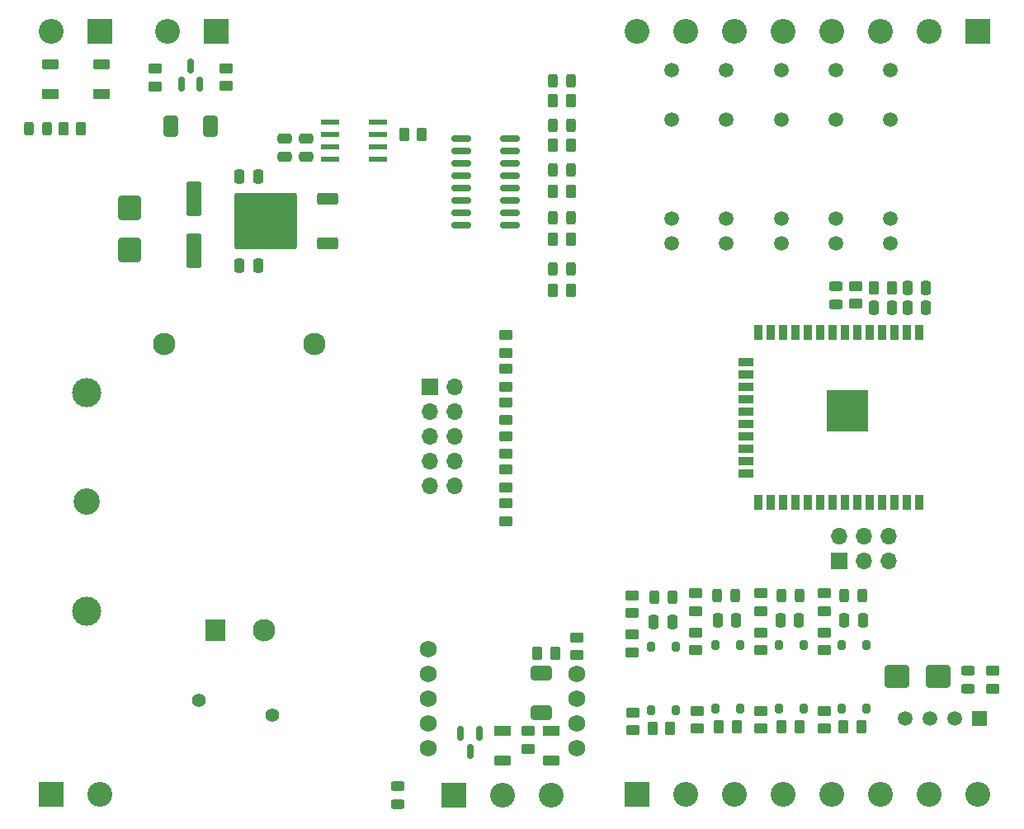
<source format=gbr>
%TF.GenerationSoftware,KiCad,Pcbnew,7.0.5*%
%TF.CreationDate,2023-07-28T21:19:53-04:00*%
%TF.ProjectId,proyecto de cuatrinestre,70726f79-6563-4746-9f20-646520637561,rev?*%
%TF.SameCoordinates,Original*%
%TF.FileFunction,Soldermask,Top*%
%TF.FilePolarity,Negative*%
%FSLAX46Y46*%
G04 Gerber Fmt 4.6, Leading zero omitted, Abs format (unit mm)*
G04 Created by KiCad (PCBNEW 7.0.5) date 2023-07-28 21:19:53*
%MOMM*%
%LPD*%
G01*
G04 APERTURE LIST*
G04 Aperture macros list*
%AMRoundRect*
0 Rectangle with rounded corners*
0 $1 Rounding radius*
0 $2 $3 $4 $5 $6 $7 $8 $9 X,Y pos of 4 corners*
0 Add a 4 corners polygon primitive as box body*
4,1,4,$2,$3,$4,$5,$6,$7,$8,$9,$2,$3,0*
0 Add four circle primitives for the rounded corners*
1,1,$1+$1,$2,$3*
1,1,$1+$1,$4,$5*
1,1,$1+$1,$6,$7*
1,1,$1+$1,$8,$9*
0 Add four rect primitives between the rounded corners*
20,1,$1+$1,$2,$3,$4,$5,0*
20,1,$1+$1,$4,$5,$6,$7,0*
20,1,$1+$1,$6,$7,$8,$9,0*
20,1,$1+$1,$8,$9,$2,$3,0*%
G04 Aperture macros list end*
%ADD10RoundRect,0.150000X-0.150000X0.587500X-0.150000X-0.587500X0.150000X-0.587500X0.150000X0.587500X0*%
%ADD11RoundRect,0.150000X0.150000X-0.587500X0.150000X0.587500X-0.150000X0.587500X-0.150000X-0.587500X0*%
%ADD12RoundRect,0.150000X-0.825000X-0.150000X0.825000X-0.150000X0.825000X0.150000X-0.825000X0.150000X0*%
%ADD13RoundRect,0.243750X0.243750X0.456250X-0.243750X0.456250X-0.243750X-0.456250X0.243750X-0.456250X0*%
%ADD14RoundRect,0.250000X0.450000X-0.262500X0.450000X0.262500X-0.450000X0.262500X-0.450000X-0.262500X0*%
%ADD15R,1.508000X1.508000*%
%ADD16C,1.508000*%
%ADD17RoundRect,0.243750X0.456250X-0.243750X0.456250X0.243750X-0.456250X0.243750X-0.456250X-0.243750X0*%
%ADD18C,2.700000*%
%ADD19C,3.000000*%
%ADD20RoundRect,0.130800X-0.754200X0.414200X-0.754200X-0.414200X0.754200X-0.414200X0.754200X0.414200X0*%
%ADD21RoundRect,0.112800X-0.772200X0.357200X-0.772200X-0.357200X0.772200X-0.357200X0.772200X0.357200X0*%
%ADD22R,0.900000X1.500000*%
%ADD23R,1.500000X0.900000*%
%ADD24C,0.600000*%
%ADD25R,4.200000X4.200000*%
%ADD26RoundRect,0.250000X-0.450000X0.262500X-0.450000X-0.262500X0.450000X-0.262500X0.450000X0.262500X0*%
%ADD27R,1.981200X0.558800*%
%ADD28RoundRect,0.250000X0.262500X0.450000X-0.262500X0.450000X-0.262500X-0.450000X0.262500X-0.450000X0*%
%ADD29RoundRect,0.200000X0.200000X-0.300000X0.200000X0.300000X-0.200000X0.300000X-0.200000X-0.300000X0*%
%ADD30R,2.550000X2.550000*%
%ADD31C,2.550000*%
%ADD32RoundRect,0.250000X-0.250000X-0.475000X0.250000X-0.475000X0.250000X0.475000X-0.250000X0.475000X0*%
%ADD33RoundRect,0.380000X-0.720000X0.380000X-0.720000X-0.380000X0.720000X-0.380000X0.720000X0.380000X0*%
%ADD34R,2.000000X2.300000*%
%ADD35C,2.300000*%
%ADD36RoundRect,0.250000X0.250000X0.475000X-0.250000X0.475000X-0.250000X-0.475000X0.250000X-0.475000X0*%
%ADD37C,1.500000*%
%ADD38C,1.750000*%
%ADD39R,1.700000X1.700000*%
%ADD40O,1.700000X1.700000*%
%ADD41RoundRect,0.250000X-0.262500X-0.450000X0.262500X-0.450000X0.262500X0.450000X-0.262500X0.450000X0*%
%ADD42RoundRect,0.250000X0.475000X-0.250000X0.475000X0.250000X-0.475000X0.250000X-0.475000X-0.250000X0*%
%ADD43RoundRect,0.130800X0.754200X-0.414200X0.754200X0.414200X-0.754200X0.414200X-0.754200X-0.414200X0*%
%ADD44RoundRect,0.112800X0.772200X-0.357200X0.772200X0.357200X-0.772200X0.357200X-0.772200X-0.357200X0*%
%ADD45RoundRect,0.250000X0.850000X0.350000X-0.850000X0.350000X-0.850000X-0.350000X0.850000X-0.350000X0*%
%ADD46RoundRect,0.249997X2.950003X2.650003X-2.950003X2.650003X-2.950003X-2.650003X2.950003X-2.650003X0*%
%ADD47RoundRect,0.243750X-0.456250X0.243750X-0.456250X-0.243750X0.456250X-0.243750X0.456250X0.243750X0*%
%ADD48C,1.400000*%
%ADD49RoundRect,0.250000X-0.550000X1.500000X-0.550000X-1.500000X0.550000X-1.500000X0.550000X1.500000X0*%
%ADD50RoundRect,0.250000X-1.000000X-0.900000X1.000000X-0.900000X1.000000X0.900000X-1.000000X0.900000X0*%
%ADD51RoundRect,0.380000X-0.380000X-0.720000X0.380000X-0.720000X0.380000X0.720000X-0.380000X0.720000X0*%
%ADD52RoundRect,0.243750X-0.243750X-0.456250X0.243750X-0.456250X0.243750X0.456250X-0.243750X0.456250X0*%
%ADD53RoundRect,0.250000X-0.900000X1.000000X-0.900000X-1.000000X0.900000X-1.000000X0.900000X1.000000X0*%
G04 APERTURE END LIST*
D10*
%TO.C,D11*%
X209000000Y-182125000D03*
X207100000Y-182125000D03*
X208050000Y-184000000D03*
%TD*%
D11*
%TO.C,D13*%
X178425000Y-115472500D03*
X180325000Y-115472500D03*
X179375000Y-113597500D03*
%TD*%
D12*
%TO.C,U6*%
X207162000Y-121085000D03*
X207162000Y-122355000D03*
X207162000Y-123625000D03*
X207162000Y-124895000D03*
X207162000Y-126165000D03*
X207162000Y-127435000D03*
X207162000Y-128705000D03*
X207162000Y-129975000D03*
X212112000Y-129975000D03*
X212112000Y-128705000D03*
X212112000Y-127435000D03*
X212112000Y-126165000D03*
X212112000Y-124895000D03*
X212112000Y-123625000D03*
X212112000Y-122355000D03*
X212112000Y-121085000D03*
%TD*%
D13*
%TO.C,D8*%
X218405000Y-129204000D03*
X216530000Y-129204000D03*
%TD*%
D14*
%TO.C,R32*%
X211734400Y-160321000D03*
X211734400Y-158496000D03*
%TD*%
D15*
%TO.C,U16*%
X260302500Y-180600000D03*
D16*
X257762500Y-180600000D03*
X255222500Y-180600000D03*
X252682500Y-180600000D03*
%TD*%
D17*
%TO.C,D12*%
X245550000Y-138073600D03*
X245550000Y-136198600D03*
%TD*%
D18*
%TO.C,F3*%
X168710000Y-158350000D03*
D19*
X168710000Y-147100000D03*
X168710000Y-169600000D03*
%TD*%
D20*
%TO.C,F2*%
X216400000Y-181885000D03*
D21*
X216400000Y-184890000D03*
%TD*%
D22*
%TO.C,U17*%
X254130000Y-140920000D03*
X252860000Y-140920000D03*
X251590000Y-140920000D03*
X250320000Y-140920000D03*
X249050000Y-140920000D03*
X247780000Y-140920000D03*
X246510000Y-140920000D03*
X245240000Y-140920000D03*
X243970000Y-140920000D03*
X242700000Y-140920000D03*
X241430000Y-140920000D03*
X240160000Y-140920000D03*
X238890000Y-140920000D03*
X237620000Y-140920000D03*
D23*
X236370000Y-143960000D03*
X236370000Y-145230000D03*
X236370000Y-146500000D03*
X236370000Y-147770000D03*
X236370000Y-149040000D03*
X236370000Y-150310000D03*
X236370000Y-151580000D03*
X236370000Y-152850000D03*
X236370000Y-154120000D03*
X236370000Y-155390000D03*
D22*
X237620000Y-158420000D03*
X238890000Y-158420000D03*
X240160000Y-158420000D03*
X241430000Y-158420000D03*
X242700000Y-158420000D03*
X243970000Y-158420000D03*
X245240000Y-158420000D03*
X246510000Y-158420000D03*
X247780000Y-158420000D03*
X249050000Y-158420000D03*
X250320000Y-158420000D03*
X251590000Y-158420000D03*
X252860000Y-158420000D03*
X254130000Y-158420000D03*
D24*
X247552500Y-147465000D03*
X246027500Y-147465000D03*
X248315000Y-148227500D03*
X246790000Y-148227500D03*
X245265000Y-148227500D03*
X247552500Y-148990000D03*
D25*
X246790000Y-148990000D03*
D24*
X246027500Y-148990000D03*
X248315000Y-149752500D03*
X246790000Y-149752500D03*
X245265000Y-149752500D03*
X247552500Y-150515000D03*
X246027500Y-150515000D03*
%TD*%
D26*
%TO.C,R47*%
X261680000Y-175662500D03*
X261680000Y-177487500D03*
%TD*%
%TO.C,R39*%
X247650000Y-136198600D03*
X247650000Y-138023600D03*
%TD*%
D14*
%TO.C,R44*%
X175750000Y-115687500D03*
X175750000Y-113862500D03*
%TD*%
D27*
%TO.C,U13*%
X198636200Y-123190000D03*
X198636200Y-121920000D03*
X198636200Y-120650000D03*
X198636200Y-119380000D03*
X193708600Y-119380000D03*
X193708600Y-120650000D03*
X193708600Y-121920000D03*
X193708600Y-123190000D03*
%TD*%
D26*
%TO.C,R12*%
X231400000Y-179775000D03*
X231400000Y-181600000D03*
%TD*%
D13*
%TO.C,D6*%
X218405000Y-119720000D03*
X216530000Y-119720000D03*
%TD*%
D28*
%TO.C,R3*%
X241825000Y-181417500D03*
X240000000Y-181417500D03*
%TD*%
D14*
%TO.C,R23*%
X214000000Y-183700000D03*
X214000000Y-181875000D03*
%TD*%
D26*
%TO.C,R2*%
X244400000Y-179775000D03*
X244400000Y-181600000D03*
%TD*%
D29*
%TO.C,U3*%
X239712500Y-179532500D03*
X242252500Y-179532500D03*
X242252500Y-173032500D03*
X239712500Y-173032500D03*
%TD*%
D14*
%TO.C,R7*%
X244400000Y-169550000D03*
X244400000Y-167725000D03*
%TD*%
D30*
%TO.C,J4*%
X206408000Y-188468000D03*
D31*
X211408000Y-188468000D03*
X216408000Y-188468000D03*
%TD*%
D32*
%TO.C,C1*%
X246450000Y-170492500D03*
X248350000Y-170492500D03*
%TD*%
%TO.C,C12*%
X252930000Y-138400000D03*
X254830000Y-138400000D03*
%TD*%
D14*
%TO.C,R30*%
X211734400Y-153412200D03*
X211734400Y-151587200D03*
%TD*%
D28*
%TO.C,R45*%
X168162500Y-120000000D03*
X166337500Y-120000000D03*
%TD*%
D33*
%TO.C,U12*%
X215350000Y-175880000D03*
X215350000Y-179950000D03*
%TD*%
D34*
%TO.C,PS1*%
X181900000Y-171550000D03*
D35*
X186900000Y-171550000D03*
X176700000Y-142150000D03*
X192100000Y-142150000D03*
%TD*%
D29*
%TO.C,U2*%
X246200000Y-179532500D03*
X248740000Y-179532500D03*
X248740000Y-173032500D03*
X246200000Y-173032500D03*
%TD*%
D30*
%TO.C,J1*%
X165040000Y-188380000D03*
D31*
X170040000Y-188380000D03*
%TD*%
D36*
%TO.C,C9*%
X186295000Y-134099000D03*
X184395000Y-134099000D03*
%TD*%
D37*
%TO.C,U8*%
X251180000Y-131810000D03*
X251180000Y-129270000D03*
X251180000Y-119110000D03*
X251180000Y-114030000D03*
%TD*%
D14*
%TO.C,R29*%
X211734400Y-149957800D03*
X211734400Y-148132800D03*
%TD*%
D30*
%TO.C,J2*%
X170030000Y-110087500D03*
D31*
X165030000Y-110087500D03*
%TD*%
D14*
%TO.C,R28*%
X211734400Y-146503400D03*
X211734400Y-144678400D03*
%TD*%
D32*
%TO.C,C13*%
X252930000Y-136370000D03*
X254830000Y-136370000D03*
%TD*%
D38*
%TO.C,U1*%
X203747000Y-183618000D03*
X203747000Y-181078000D03*
X203747000Y-178538000D03*
X203747000Y-175998000D03*
X203747000Y-173458000D03*
X218987000Y-175998000D03*
X218987000Y-178538000D03*
X218987000Y-181078000D03*
X218987000Y-183618000D03*
%TD*%
D37*
%TO.C,U11*%
X239970000Y-131810000D03*
X239970000Y-129270000D03*
X239970000Y-119110000D03*
X239970000Y-114030000D03*
%TD*%
D29*
%TO.C,U4*%
X226592500Y-179732500D03*
X229132500Y-179732500D03*
X229132500Y-173232500D03*
X226592500Y-173232500D03*
%TD*%
D13*
%TO.C,D3*%
X228800000Y-168152500D03*
X226925000Y-168152500D03*
%TD*%
D32*
%TO.C,C2*%
X239912500Y-170492500D03*
X241812500Y-170492500D03*
%TD*%
D39*
%TO.C,J8*%
X203962000Y-146507200D03*
D40*
X206502000Y-146507200D03*
X203962000Y-149047200D03*
X206502000Y-149047200D03*
X203962000Y-151587200D03*
X206502000Y-151587200D03*
X203962000Y-154127200D03*
X206502000Y-154127200D03*
X203962000Y-156667200D03*
X206502000Y-156667200D03*
%TD*%
D36*
%TO.C,C10*%
X186295000Y-124969000D03*
X184395000Y-124969000D03*
%TD*%
D41*
%TO.C,R33*%
X249495000Y-136410000D03*
X251320000Y-136410000D03*
%TD*%
%TO.C,R17*%
X216555000Y-117180000D03*
X218380000Y-117180000D03*
%TD*%
D17*
%TO.C,D10*%
X200660000Y-189405500D03*
X200660000Y-187530500D03*
%TD*%
D37*
%TO.C,U7*%
X245575000Y-131810000D03*
X245575000Y-129270000D03*
X245575000Y-119110000D03*
X245575000Y-114030000D03*
%TD*%
D14*
%TO.C,R43*%
X183050000Y-115662500D03*
X183050000Y-113837500D03*
%TD*%
D30*
%TO.C,J5*%
X260150000Y-110087500D03*
D31*
X255150000Y-110087500D03*
X250150000Y-110087500D03*
X245150000Y-110087500D03*
X240150000Y-110087500D03*
X235150000Y-110087500D03*
X230150000Y-110087500D03*
X225150000Y-110087500D03*
%TD*%
D28*
%TO.C,R1*%
X248200000Y-181417500D03*
X246375000Y-181417500D03*
%TD*%
D14*
%TO.C,R16*%
X231200000Y-169550000D03*
X231200000Y-167725000D03*
%TD*%
D41*
%TO.C,R20*%
X216555000Y-131404000D03*
X218380000Y-131404000D03*
%TD*%
D42*
%TO.C,C7*%
X189014400Y-122926000D03*
X189014400Y-121026000D03*
%TD*%
D13*
%TO.C,D4*%
X235275000Y-167952500D03*
X233400000Y-167952500D03*
%TD*%
D26*
%TO.C,R6*%
X237912500Y-171762500D03*
X237912500Y-173587500D03*
%TD*%
D37*
%TO.C,U9*%
X228760000Y-131810000D03*
X228760000Y-129270000D03*
X228760000Y-119110000D03*
X228760000Y-114030000D03*
%TD*%
D29*
%TO.C,U5*%
X233187500Y-179532500D03*
X235727500Y-179532500D03*
X235727500Y-173032500D03*
X233187500Y-173032500D03*
%TD*%
D28*
%TO.C,R11*%
X235400000Y-181417500D03*
X233575000Y-181417500D03*
%TD*%
D43*
%TO.C,F5*%
X165000000Y-116465000D03*
D44*
X165000000Y-113460000D03*
%TD*%
D13*
%TO.C,D1*%
X248337500Y-167952500D03*
X246462500Y-167952500D03*
%TD*%
D39*
%TO.C,J7*%
X245922800Y-164388800D03*
D40*
X245922800Y-161848800D03*
X248462800Y-164388800D03*
X248462800Y-161848800D03*
X251002800Y-164388800D03*
X251002800Y-161848800D03*
%TD*%
D28*
%TO.C,R22*%
X216762500Y-173865000D03*
X214937500Y-173865000D03*
%TD*%
D45*
%TO.C,U15*%
X193395000Y-127259000D03*
D46*
X187095000Y-129539000D03*
D45*
X193395000Y-131819000D03*
%TD*%
D47*
%TO.C,D16*%
X259175000Y-175637500D03*
X259175000Y-177512500D03*
%TD*%
D14*
%TO.C,R8*%
X237912500Y-169550000D03*
X237912500Y-167725000D03*
%TD*%
D30*
%TO.C,J6*%
X225150000Y-188380000D03*
D31*
X230150000Y-188380000D03*
X235150000Y-188380000D03*
X240150000Y-188380000D03*
X245150000Y-188380000D03*
X250150000Y-188380000D03*
X255150000Y-188380000D03*
X260150000Y-188380000D03*
%TD*%
D41*
%TO.C,R21*%
X216555000Y-136652000D03*
X218380000Y-136652000D03*
%TD*%
%TO.C,R19*%
X216555000Y-126492000D03*
X218380000Y-126492000D03*
%TD*%
D14*
%TO.C,R27*%
X211734400Y-143049000D03*
X211734400Y-141224000D03*
%TD*%
D48*
%TO.C,RV1*%
X180250000Y-178700000D03*
X187750000Y-180200000D03*
%TD*%
D42*
%TO.C,C8*%
X191244400Y-122936000D03*
X191244400Y-121036000D03*
%TD*%
D26*
%TO.C,R5*%
X244400000Y-171762500D03*
X244400000Y-173587500D03*
%TD*%
D43*
%TO.C,F4*%
X170250000Y-116465000D03*
D44*
X170250000Y-113460000D03*
%TD*%
D30*
%TO.C,J3*%
X182000000Y-110087500D03*
D31*
X177000000Y-110087500D03*
%TD*%
D28*
%TO.C,R9*%
X228600000Y-181617500D03*
X226775000Y-181617500D03*
%TD*%
D49*
%TO.C,C11*%
X179695000Y-127199000D03*
X179695000Y-132599000D03*
%TD*%
D26*
%TO.C,R4*%
X237912500Y-179775000D03*
X237912500Y-181600000D03*
%TD*%
%TO.C,R14*%
X231200000Y-171762500D03*
X231200000Y-173587500D03*
%TD*%
%TO.C,R10*%
X224787500Y-179975000D03*
X224787500Y-181800000D03*
%TD*%
D32*
%TO.C,C4*%
X233450000Y-170492500D03*
X235350000Y-170492500D03*
%TD*%
D41*
%TO.C,R18*%
X216555000Y-121752000D03*
X218380000Y-121752000D03*
%TD*%
D36*
%TO.C,C5*%
X251350000Y-138400000D03*
X249450000Y-138400000D03*
%TD*%
D14*
%TO.C,R31*%
X211734400Y-156866600D03*
X211734400Y-155041600D03*
%TD*%
D26*
%TO.C,R13*%
X224687500Y-171962500D03*
X224687500Y-173787500D03*
%TD*%
D14*
%TO.C,R15*%
X224687500Y-169750000D03*
X224687500Y-167925000D03*
%TD*%
D20*
%TO.C,F1*%
X211400000Y-181885000D03*
D21*
X211400000Y-184890000D03*
%TD*%
D13*
%TO.C,D5*%
X218405000Y-115148000D03*
X216530000Y-115148000D03*
%TD*%
D28*
%TO.C,R42*%
X203103700Y-120610000D03*
X201278700Y-120610000D03*
%TD*%
D37*
%TO.C,U10*%
X234365000Y-131810000D03*
X234365000Y-129270000D03*
X234365000Y-119110000D03*
X234365000Y-114030000D03*
%TD*%
D14*
%TO.C,R24*%
X219000000Y-174062500D03*
X219000000Y-172237500D03*
%TD*%
D50*
%TO.C,D18*%
X251825000Y-176276000D03*
X256125000Y-176276000D03*
%TD*%
D32*
%TO.C,C3*%
X226912500Y-170692500D03*
X228812500Y-170692500D03*
%TD*%
D51*
%TO.C,U14*%
X177340000Y-119800000D03*
X181410000Y-119800000D03*
%TD*%
D13*
%TO.C,D2*%
X241850000Y-167952500D03*
X239975000Y-167952500D03*
%TD*%
%TO.C,D9*%
X218405000Y-134452000D03*
X216530000Y-134452000D03*
%TD*%
%TO.C,D7*%
X218405000Y-124292000D03*
X216530000Y-124292000D03*
%TD*%
D52*
%TO.C,D14*%
X162812500Y-120000000D03*
X164687500Y-120000000D03*
%TD*%
D53*
%TO.C,D17*%
X173095000Y-128149000D03*
X173095000Y-132449000D03*
%TD*%
M02*

</source>
